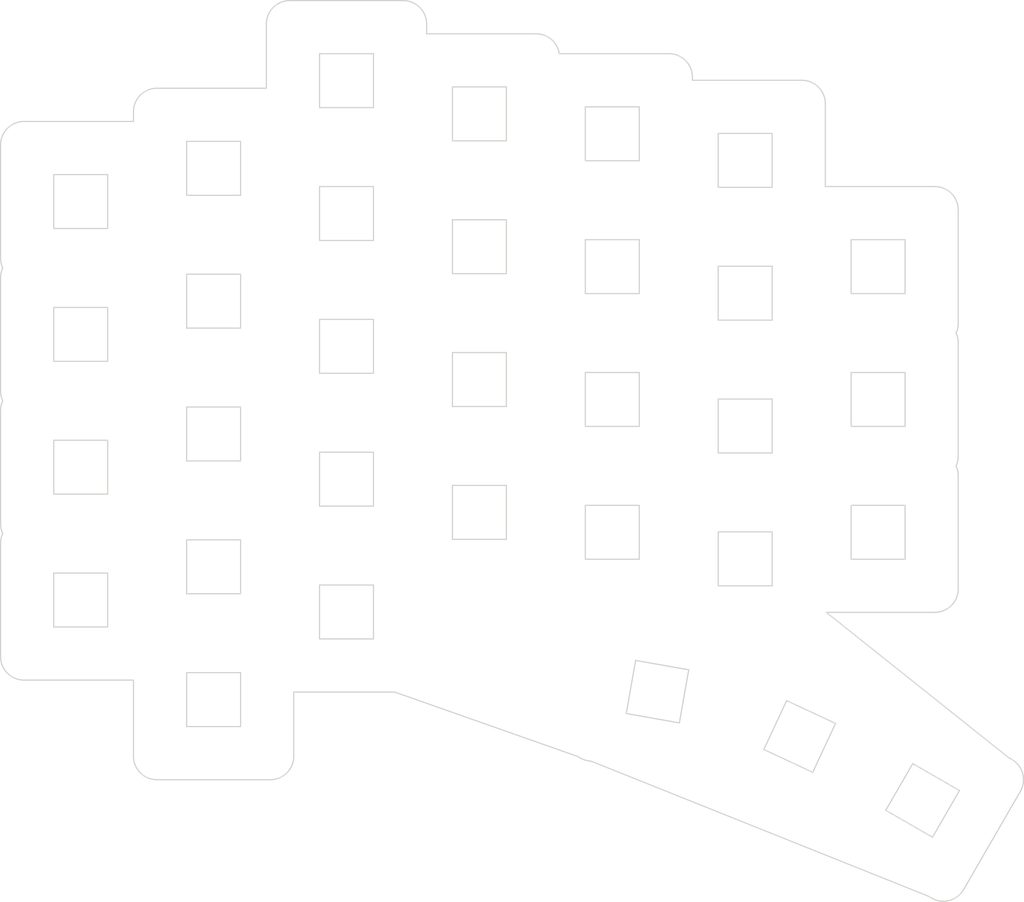
<source format=kicad_pcb>


(kicad_pcb
  (version 20240108)
  (generator "ergogen")
  (generator_version "4.1.0")
  (general
    (thickness 1.6)
    (legacy_teardrops no)
  )
  (paper "A3")
  (title_block
    (title "plate_left")
    (date "2025-06-28")
    (rev "v0.2")
    (company "Happily-Coding")
  )

  (layers
    (0 "F.Cu" signal)
    (31 "B.Cu" signal)
    (32 "B.Adhes" user "B.Adhesive")
    (33 "F.Adhes" user "F.Adhesive")
    (34 "B.Paste" user)
    (35 "F.Paste" user)
    (36 "B.SilkS" user "B.Silkscreen")
    (37 "F.SilkS" user "F.Silkscreen")
    (38 "B.Mask" user)
    (39 "F.Mask" user)
    (40 "Dwgs.User" user "User.Drawings")
    (41 "Cmts.User" user "User.Comments")
    (42 "Eco1.User" user "User.Eco1")
    (43 "Eco2.User" user "User.Eco2")
    (44 "Edge.Cuts" user)
    (45 "Margin" user)
    (46 "B.CrtYd" user "B.Courtyard")
    (47 "F.CrtYd" user "F.Courtyard")
    (48 "B.Fab" user)
    (49 "F.Fab" user)
  )

  (setup
    (pad_to_mask_clearance 0.05)
    (allow_soldermask_bridges_in_footprints no)
    (pcbplotparams
      (layerselection 0x00010fc_ffffffff)
      (plot_on_all_layers_selection 0x0000000_00000000)
      (disableapertmacros no)
      (usegerberextensions no)
      (usegerberattributes yes)
      (usegerberadvancedattributes yes)
      (creategerberjobfile yes)
      (dashed_line_dash_ratio 12.000000)
      (dashed_line_gap_ratio 3.000000)
      (svgprecision 4)
      (plotframeref no)
      (viasonmask no)
      (mode 1)
      (useauxorigin no)
      (hpglpennumber 1)
      (hpglpenspeed 20)
      (hpglpendiameter 15.000000)
      (pdf_front_fp_property_popups yes)
      (pdf_back_fp_property_popups yes)
      (dxfpolygonmode yes)
      (dxfimperialunits yes)
      (dxfusepcbnewfont yes)
      (psnegative no)
      (psa4output no)
      (plotreference yes)
      (plotvalue yes)
      (plotfptext yes)
      (plotinvisibletext no)
      (sketchpadsonfab no)
      (subtractmaskfromsilk no)
      (outputformat 1)
      (mirror no)
      (drillshape 1)
      (scaleselection 1)
      (outputdirectory "")
    )
  )

  (net 0 "")

  
  (gr_line (start 27.75 143.25) (end 41.75 143.25) (layer Edge.Cuts) (stroke (width 0.15) (type default)))
(gr_arc (start 25.022822 124.5) (mid 24.818998999999998 125.1102868) (end 24.75 125.75) (layer Edge.Cuts) (stroke (width 0.15) (type default)))
(gr_line (start 24.75 125.75) (end 24.75 140.25) (layer Edge.Cuts) (stroke (width 0.15) (type default)))
(gr_arc (start 24.75 140.25) (mid 25.6286797 142.3713203) (end 27.75 143.25) (layer Edge.Cuts) (stroke (width 0.15) (type default)))
(gr_arc (start 25.022822 107.5) (mid 24.818998999999998 108.1102868) (end 24.75 108.75) (layer Edge.Cuts) (stroke (width 0.15) (type default)))
(gr_line (start 24.75 108.75) (end 24.75 123.25) (layer Edge.Cuts) (stroke (width 0.15) (type default)))
(gr_arc (start 24.75 123.25) (mid 24.818998999999998 123.8897132) (end 25.022822 124.5) (layer Edge.Cuts) (stroke (width 0.15) (type default)))
(gr_arc (start 25.022822 90.5) (mid 24.818998999999998 91.1102868) (end 24.75 91.75) (layer Edge.Cuts) (stroke (width 0.15) (type default)))
(gr_line (start 24.75 91.75) (end 24.75 106.25) (layer Edge.Cuts) (stroke (width 0.15) (type default)))
(gr_arc (start 24.75 106.25) (mid 24.818998999999998 106.8897132) (end 25.022822 107.5) (layer Edge.Cuts) (stroke (width 0.15) (type default)))
(gr_line (start 41.75 71.75) (end 27.75 71.75) (layer Edge.Cuts) (stroke (width 0.15) (type default)))
(gr_arc (start 27.75 71.75) (mid 25.6286797 72.6286797) (end 24.75 74.75) (layer Edge.Cuts) (stroke (width 0.15) (type default)))
(gr_line (start 24.75 74.75) (end 24.75 89.25) (layer Edge.Cuts) (stroke (width 0.15) (type default)))
(gr_arc (start 24.75 89.25) (mid 24.818998999999998 89.8897132) (end 25.022822 90.5) (layer Edge.Cuts) (stroke (width 0.15) (type default)))
(gr_line (start 44.75 156) (end 59.25 156) (layer Edge.Cuts) (stroke (width 0.15) (type default)))
(gr_arc (start 59.25 156) (mid 61.3713203 155.1213203) (end 62.25 153) (layer Edge.Cuts) (stroke (width 0.15) (type default)))
(gr_line (start 62.25 153) (end 62.25 144.78) (layer Edge.Cuts) (stroke (width 0.15) (type default)))
(gr_line (start 41.75 143.25) (end 41.75 153) (layer Edge.Cuts) (stroke (width 0.15) (type default)))
(gr_arc (start 41.75 153) (mid 42.6286797 155.1213203) (end 44.75 156) (layer Edge.Cuts) (stroke (width 0.15) (type default)))
(gr_line (start 58.75 67.5) (end 44.75 67.5) (layer Edge.Cuts) (stroke (width 0.15) (type default)))
(gr_arc (start 44.75 67.5) (mid 42.6286797 68.3786797) (end 41.75 70.5) (layer Edge.Cuts) (stroke (width 0.15) (type default)))
(gr_line (start 41.75 70.5) (end 41.75 71.75) (layer Edge.Cuts) (stroke (width 0.15) (type default)))
(gr_line (start 62.25 144.78) (end 75.16146646701642 144.78) (layer Edge.Cuts) (stroke (width 0.15) (type default)))
(gr_line (start 79.25 60.53) (end 79.25 59.28) (layer Edge.Cuts) (stroke (width 0.15) (type default)))
(gr_arc (start 79.25 59.28) (mid 78.3713203 57.1586797) (end 76.25 56.28) (layer Edge.Cuts) (stroke (width 0.15) (type default)))
(gr_line (start 76.25 56.28) (end 61.75 56.28) (layer Edge.Cuts) (stroke (width 0.15) (type default)))
(gr_arc (start 61.75 56.28) (mid 59.6286797 57.1586797) (end 58.75 59.28) (layer Edge.Cuts) (stroke (width 0.15) (type default)))
(gr_line (start 58.75 59.28) (end 58.75 67.5) (layer Edge.Cuts) (stroke (width 0.15) (type default)))
(gr_arc (start 96.216058 63.08) (mid 95.2057607 61.2551374) (end 93.25 60.53) (layer Edge.Cuts) (stroke (width 0.15) (type default)))
(gr_line (start 93.25 60.53) (end 79.25 60.53) (layer Edge.Cuts) (stroke (width 0.15) (type default)))
(gr_line (start 113.25 66.47999999999999) (end 113.25 66.08000000000001) (layer Edge.Cuts) (stroke (width 0.15) (type default)))
(gr_arc (start 113.25 66.08000000000001) (mid 112.3713203 63.95867970000001) (end 110.25 63.08000000000001) (layer Edge.Cuts) (stroke (width 0.15) (type default)))
(gr_line (start 110.25 63.08000000000001) (end 96.216058 63.08) (layer Edge.Cuts) (stroke (width 0.15) (type default)))
(gr_line (start 130.25 80.08000000000001) (end 130.25 69.47999999999999) (layer Edge.Cuts) (stroke (width 0.15) (type default)))
(gr_arc (start 130.25 69.47999999999999) (mid 129.3713203 67.3586797) (end 127.25 66.47999999999999) (layer Edge.Cuts) (stroke (width 0.15) (type default)))
(gr_line (start 127.25 66.47999999999999) (end 113.25 66.47999999999999) (layer Edge.Cuts) (stroke (width 0.15) (type default)))
(gr_line (start 130.375420305356 134.58) (end 144.25 134.58) (layer Edge.Cuts) (stroke (width 0.15) (type default)))
(gr_arc (start 144.25 134.58) (mid 146.3713203 133.70132030000002) (end 147.25 131.58) (layer Edge.Cuts) (stroke (width 0.15) (type default)))
(gr_line (start 147.25 131.58) (end 147.25 117.08000000000001) (layer Edge.Cuts) (stroke (width 0.15) (type default)))
(gr_arc (start 147.25 117.08000000000001) (mid 147.181001 116.44028680000001) (end 146.977178 115.83000000000001) (layer Edge.Cuts) (stroke (width 0.15) (type default)))
(gr_arc (start 146.977178 115.83000000000001) (mid 147.181001 115.21971320000002) (end 147.25 114.58000000000001) (layer Edge.Cuts) (stroke (width 0.15) (type default)))
(gr_line (start 147.25 114.58000000000001) (end 147.25 100.08000000000001) (layer Edge.Cuts) (stroke (width 0.15) (type default)))
(gr_arc (start 147.25 100.08000000000001) (mid 147.181001 99.44028680000001) (end 146.977178 98.83000000000001) (layer Edge.Cuts) (stroke (width 0.15) (type default)))
(gr_arc (start 146.977178 98.83000000000001) (mid 147.181001 98.21971320000002) (end 147.25 97.58000000000001) (layer Edge.Cuts) (stroke (width 0.15) (type default)))
(gr_line (start 147.25 97.58000000000001) (end 147.25 83.08000000000001) (layer Edge.Cuts) (stroke (width 0.15) (type default)))
(gr_arc (start 147.25 83.08000000000001) (mid 146.3713203 80.95867970000002) (end 144.25 80.08000000000001) (layer Edge.Cuts) (stroke (width 0.15) (type default)))
(gr_line (start 144.25 80.08000000000001) (end 130.25 80.08000000000001) (layer Edge.Cuts) (stroke (width 0.15) (type default)))
(gr_line (start 99.86025000000001 153.56533019999998) (end 100.3526538 153.65215429999998) (layer Edge.Cuts) (stroke (width 0.15) (type default)))
(gr_arc (start 98.6264682 153.0442041) (mid 99.21390600000001 153.3744983) (end 99.86025000000001 153.5653301) (layer Edge.Cuts) (stroke (width 0.15) (type default)))
(gr_line (start 143.4139762 170.90193029999998) (end 143.84698889999999 171.15193029999998) (layer Edge.Cuts) (stroke (width 0.15) (type default)))
(gr_arc (start 143.84698889999999 171.15193029999998) (mid 146.12344599999997 171.45163159999996) (end 147.9450651 170.05385409999997) (layer Edge.Cuts) (stroke (width 0.15) (type default)))
(gr_line (start 147.9450651 170.05385409999997) (end 155.1950651 157.4964857) (layer Edge.Cuts) (stroke (width 0.15) (type default)))
(gr_arc (start 155.1950651 157.4964857) (mid 155.49476639999997 155.2200286) (end 154.09698889999999 153.39840949999999) (layer Edge.Cuts) (stroke (width 0.15) (type default)))
(gr_line (start 154.09698889999999 153.39840949999999) (end 153.6639762 153.14840949999999) (layer Edge.Cuts) (stroke (width 0.15) (type default)))
(gr_line (start 130.375420305356 134.58) (end 153.6639762 153.14840949999999) (layer Edge.Cuts) (stroke (width 0.15) (type default)))
(gr_line (start 143.4139762 170.90193029999998) (end 100.3526538 153.65215429999998) (layer Edge.Cuts) (stroke (width 0.15) (type default)))
(gr_line (start 98.6264682 153.0442041) (end 75.16146646701642 144.78) (layer Edge.Cuts) (stroke (width 0.15) (type default)))
(gr_line (start 31.55 136.45) (end 38.45 136.45) (layer Edge.Cuts) (stroke (width 0.15) (type default)))
(gr_line (start 38.45 136.45) (end 38.45 129.54999999999998) (layer Edge.Cuts) (stroke (width 0.15) (type default)))
(gr_line (start 38.45 129.54999999999998) (end 31.55 129.54999999999998) (layer Edge.Cuts) (stroke (width 0.15) (type default)))
(gr_line (start 31.55 129.54999999999998) (end 31.55 136.45) (layer Edge.Cuts) (stroke (width 0.15) (type default)))
(gr_line (start 31.55 119.45) (end 38.45 119.45) (layer Edge.Cuts) (stroke (width 0.15) (type default)))
(gr_line (start 38.45 119.45) (end 38.45 112.55) (layer Edge.Cuts) (stroke (width 0.15) (type default)))
(gr_line (start 38.45 112.55) (end 31.55 112.55) (layer Edge.Cuts) (stroke (width 0.15) (type default)))
(gr_line (start 31.55 112.55) (end 31.55 119.45) (layer Edge.Cuts) (stroke (width 0.15) (type default)))
(gr_line (start 31.55 102.45) (end 38.45 102.45) (layer Edge.Cuts) (stroke (width 0.15) (type default)))
(gr_line (start 38.45 102.45) (end 38.45 95.55) (layer Edge.Cuts) (stroke (width 0.15) (type default)))
(gr_line (start 38.45 95.55) (end 31.55 95.55) (layer Edge.Cuts) (stroke (width 0.15) (type default)))
(gr_line (start 31.55 95.55) (end 31.55 102.45) (layer Edge.Cuts) (stroke (width 0.15) (type default)))
(gr_line (start 31.55 85.45) (end 38.45 85.45) (layer Edge.Cuts) (stroke (width 0.15) (type default)))
(gr_line (start 38.45 85.45) (end 38.45 78.55) (layer Edge.Cuts) (stroke (width 0.15) (type default)))
(gr_line (start 38.45 78.55) (end 31.55 78.55) (layer Edge.Cuts) (stroke (width 0.15) (type default)))
(gr_line (start 31.55 78.55) (end 31.55 85.45) (layer Edge.Cuts) (stroke (width 0.15) (type default)))
(gr_line (start 48.55 149.2) (end 55.449999999999996 149.2) (layer Edge.Cuts) (stroke (width 0.15) (type default)))
(gr_line (start 55.449999999999996 149.2) (end 55.449999999999996 142.29999999999998) (layer Edge.Cuts) (stroke (width 0.15) (type default)))
(gr_line (start 55.449999999999996 142.29999999999998) (end 48.55 142.29999999999998) (layer Edge.Cuts) (stroke (width 0.15) (type default)))
(gr_line (start 48.55 142.29999999999998) (end 48.55 149.2) (layer Edge.Cuts) (stroke (width 0.15) (type default)))
(gr_line (start 48.55 132.2) (end 55.449999999999996 132.2) (layer Edge.Cuts) (stroke (width 0.15) (type default)))
(gr_line (start 55.449999999999996 132.2) (end 55.449999999999996 125.29999999999998) (layer Edge.Cuts) (stroke (width 0.15) (type default)))
(gr_line (start 55.449999999999996 125.29999999999998) (end 48.55 125.29999999999998) (layer Edge.Cuts) (stroke (width 0.15) (type default)))
(gr_line (start 48.55 125.29999999999998) (end 48.55 132.2) (layer Edge.Cuts) (stroke (width 0.15) (type default)))
(gr_line (start 48.55 115.2) (end 55.449999999999996 115.2) (layer Edge.Cuts) (stroke (width 0.15) (type default)))
(gr_line (start 55.449999999999996 115.2) (end 55.449999999999996 108.3) (layer Edge.Cuts) (stroke (width 0.15) (type default)))
(gr_line (start 55.449999999999996 108.3) (end 48.55 108.3) (layer Edge.Cuts) (stroke (width 0.15) (type default)))
(gr_line (start 48.55 108.3) (end 48.55 115.2) (layer Edge.Cuts) (stroke (width 0.15) (type default)))
(gr_line (start 48.55 98.2) (end 55.449999999999996 98.2) (layer Edge.Cuts) (stroke (width 0.15) (type default)))
(gr_line (start 55.449999999999996 98.2) (end 55.449999999999996 91.3) (layer Edge.Cuts) (stroke (width 0.15) (type default)))
(gr_line (start 55.449999999999996 91.3) (end 48.55 91.3) (layer Edge.Cuts) (stroke (width 0.15) (type default)))
(gr_line (start 48.55 91.3) (end 48.55 98.2) (layer Edge.Cuts) (stroke (width 0.15) (type default)))
(gr_line (start 48.55 81.2) (end 55.449999999999996 81.2) (layer Edge.Cuts) (stroke (width 0.15) (type default)))
(gr_line (start 55.449999999999996 81.2) (end 55.449999999999996 74.3) (layer Edge.Cuts) (stroke (width 0.15) (type default)))
(gr_line (start 55.449999999999996 74.3) (end 48.55 74.3) (layer Edge.Cuts) (stroke (width 0.15) (type default)))
(gr_line (start 48.55 74.3) (end 48.55 81.2) (layer Edge.Cuts) (stroke (width 0.15) (type default)))
(gr_line (start 65.55 137.98) (end 72.45 137.98) (layer Edge.Cuts) (stroke (width 0.15) (type default)))
(gr_line (start 72.45 137.98) (end 72.45 131.07999999999998) (layer Edge.Cuts) (stroke (width 0.15) (type default)))
(gr_line (start 72.45 131.07999999999998) (end 65.55 131.07999999999998) (layer Edge.Cuts) (stroke (width 0.15) (type default)))
(gr_line (start 65.55 131.07999999999998) (end 65.55 137.98) (layer Edge.Cuts) (stroke (width 0.15) (type default)))
(gr_line (start 65.55 120.98) (end 72.45 120.98) (layer Edge.Cuts) (stroke (width 0.15) (type default)))
(gr_line (start 72.45 120.98) (end 72.45 114.08) (layer Edge.Cuts) (stroke (width 0.15) (type default)))
(gr_line (start 72.45 114.08) (end 65.55 114.08) (layer Edge.Cuts) (stroke (width 0.15) (type default)))
(gr_line (start 65.55 114.08) (end 65.55 120.98) (layer Edge.Cuts) (stroke (width 0.15) (type default)))
(gr_line (start 65.55 103.98) (end 72.45 103.98) (layer Edge.Cuts) (stroke (width 0.15) (type default)))
(gr_line (start 72.45 103.98) (end 72.45 97.08) (layer Edge.Cuts) (stroke (width 0.15) (type default)))
(gr_line (start 72.45 97.08) (end 65.55 97.08) (layer Edge.Cuts) (stroke (width 0.15) (type default)))
(gr_line (start 65.55 97.08) (end 65.55 103.98) (layer Edge.Cuts) (stroke (width 0.15) (type default)))
(gr_line (start 65.55 86.98) (end 72.45 86.98) (layer Edge.Cuts) (stroke (width 0.15) (type default)))
(gr_line (start 72.45 86.98) (end 72.45 80.08) (layer Edge.Cuts) (stroke (width 0.15) (type default)))
(gr_line (start 72.45 80.08) (end 65.55 80.08) (layer Edge.Cuts) (stroke (width 0.15) (type default)))
(gr_line (start 65.55 80.08) (end 65.55 86.98) (layer Edge.Cuts) (stroke (width 0.15) (type default)))
(gr_line (start 65.55 69.98) (end 72.45 69.98) (layer Edge.Cuts) (stroke (width 0.15) (type default)))
(gr_line (start 72.45 69.98) (end 72.45 63.080000000000005) (layer Edge.Cuts) (stroke (width 0.15) (type default)))
(gr_line (start 72.45 63.080000000000005) (end 65.55 63.080000000000005) (layer Edge.Cuts) (stroke (width 0.15) (type default)))
(gr_line (start 65.55 63.080000000000005) (end 65.55 69.98) (layer Edge.Cuts) (stroke (width 0.15) (type default)))
(gr_line (start 82.55 125.23) (end 89.45 125.23) (layer Edge.Cuts) (stroke (width 0.15) (type default)))
(gr_line (start 89.45 125.23) (end 89.45 118.33) (layer Edge.Cuts) (stroke (width 0.15) (type default)))
(gr_line (start 89.45 118.33) (end 82.55 118.33) (layer Edge.Cuts) (stroke (width 0.15) (type default)))
(gr_line (start 82.55 118.33) (end 82.55 125.23) (layer Edge.Cuts) (stroke (width 0.15) (type default)))
(gr_line (start 82.55 108.23) (end 89.45 108.23) (layer Edge.Cuts) (stroke (width 0.15) (type default)))
(gr_line (start 89.45 108.23) (end 89.45 101.33) (layer Edge.Cuts) (stroke (width 0.15) (type default)))
(gr_line (start 89.45 101.33) (end 82.55 101.33) (layer Edge.Cuts) (stroke (width 0.15) (type default)))
(gr_line (start 82.55 101.33) (end 82.55 108.23) (layer Edge.Cuts) (stroke (width 0.15) (type default)))
(gr_line (start 82.55 91.23) (end 89.45 91.23) (layer Edge.Cuts) (stroke (width 0.15) (type default)))
(gr_line (start 89.45 91.23) (end 89.45 84.33) (layer Edge.Cuts) (stroke (width 0.15) (type default)))
(gr_line (start 89.45 84.33) (end 82.55 84.33) (layer Edge.Cuts) (stroke (width 0.15) (type default)))
(gr_line (start 82.55 84.33) (end 82.55 91.23) (layer Edge.Cuts) (stroke (width 0.15) (type default)))
(gr_line (start 82.55 74.23) (end 89.45 74.23) (layer Edge.Cuts) (stroke (width 0.15) (type default)))
(gr_line (start 89.45 74.23) (end 89.45 67.33) (layer Edge.Cuts) (stroke (width 0.15) (type default)))
(gr_line (start 89.45 67.33) (end 82.55 67.33) (layer Edge.Cuts) (stroke (width 0.15) (type default)))
(gr_line (start 82.55 67.33) (end 82.55 74.23) (layer Edge.Cuts) (stroke (width 0.15) (type default)))
(gr_line (start 99.55 127.78000000000002) (end 106.45 127.78000000000002) (layer Edge.Cuts) (stroke (width 0.15) (type default)))
(gr_line (start 106.45 127.78000000000002) (end 106.45 120.88000000000001) (layer Edge.Cuts) (stroke (width 0.15) (type default)))
(gr_line (start 106.45 120.88000000000001) (end 99.55 120.88000000000001) (layer Edge.Cuts) (stroke (width 0.15) (type default)))
(gr_line (start 99.55 120.88000000000001) (end 99.55 127.78000000000002) (layer Edge.Cuts) (stroke (width 0.15) (type default)))
(gr_line (start 99.55 110.78000000000002) (end 106.45 110.78000000000002) (layer Edge.Cuts) (stroke (width 0.15) (type default)))
(gr_line (start 106.45 110.78000000000002) (end 106.45 103.88000000000001) (layer Edge.Cuts) (stroke (width 0.15) (type default)))
(gr_line (start 106.45 103.88000000000001) (end 99.55 103.88000000000001) (layer Edge.Cuts) (stroke (width 0.15) (type default)))
(gr_line (start 99.55 103.88000000000001) (end 99.55 110.78000000000002) (layer Edge.Cuts) (stroke (width 0.15) (type default)))
(gr_line (start 99.55 93.78000000000002) (end 106.45 93.78000000000002) (layer Edge.Cuts) (stroke (width 0.15) (type default)))
(gr_line (start 106.45 93.78000000000002) (end 106.45 86.88000000000001) (layer Edge.Cuts) (stroke (width 0.15) (type default)))
(gr_line (start 106.45 86.88000000000001) (end 99.55 86.88000000000001) (layer Edge.Cuts) (stroke (width 0.15) (type default)))
(gr_line (start 99.55 86.88000000000001) (end 99.55 93.78000000000002) (layer Edge.Cuts) (stroke (width 0.15) (type default)))
(gr_line (start 99.55 76.78000000000002) (end 106.45 76.78000000000002) (layer Edge.Cuts) (stroke (width 0.15) (type default)))
(gr_line (start 106.45 76.78000000000002) (end 106.45 69.88000000000001) (layer Edge.Cuts) (stroke (width 0.15) (type default)))
(gr_line (start 106.45 69.88000000000001) (end 99.55 69.88000000000001) (layer Edge.Cuts) (stroke (width 0.15) (type default)))
(gr_line (start 99.55 69.88000000000001) (end 99.55 76.78000000000002) (layer Edge.Cuts) (stroke (width 0.15) (type default)))
(gr_line (start 116.55 131.17999999999998) (end 123.45 131.17999999999998) (layer Edge.Cuts) (stroke (width 0.15) (type default)))
(gr_line (start 123.45 131.17999999999998) (end 123.45 124.27999999999997) (layer Edge.Cuts) (stroke (width 0.15) (type default)))
(gr_line (start 123.45 124.27999999999997) (end 116.55 124.27999999999997) (layer Edge.Cuts) (stroke (width 0.15) (type default)))
(gr_line (start 116.55 124.27999999999997) (end 116.55 131.17999999999998) (layer Edge.Cuts) (stroke (width 0.15) (type default)))
(gr_line (start 116.55 114.17999999999999) (end 123.45 114.17999999999999) (layer Edge.Cuts) (stroke (width 0.15) (type default)))
(gr_line (start 123.45 114.17999999999999) (end 123.45 107.27999999999999) (layer Edge.Cuts) (stroke (width 0.15) (type default)))
(gr_line (start 123.45 107.27999999999999) (end 116.55 107.27999999999999) (layer Edge.Cuts) (stroke (width 0.15) (type default)))
(gr_line (start 116.55 107.27999999999999) (end 116.55 114.17999999999999) (layer Edge.Cuts) (stroke (width 0.15) (type default)))
(gr_line (start 116.55 97.17999999999999) (end 123.45 97.17999999999999) (layer Edge.Cuts) (stroke (width 0.15) (type default)))
(gr_line (start 123.45 97.17999999999999) (end 123.45 90.27999999999999) (layer Edge.Cuts) (stroke (width 0.15) (type default)))
(gr_line (start 123.45 90.27999999999999) (end 116.55 90.27999999999999) (layer Edge.Cuts) (stroke (width 0.15) (type default)))
(gr_line (start 116.55 90.27999999999999) (end 116.55 97.17999999999999) (layer Edge.Cuts) (stroke (width 0.15) (type default)))
(gr_line (start 116.55 80.17999999999999) (end 123.45 80.17999999999999) (layer Edge.Cuts) (stroke (width 0.15) (type default)))
(gr_line (start 123.45 80.17999999999999) (end 123.45 73.27999999999999) (layer Edge.Cuts) (stroke (width 0.15) (type default)))
(gr_line (start 123.45 73.27999999999999) (end 116.55 73.27999999999999) (layer Edge.Cuts) (stroke (width 0.15) (type default)))
(gr_line (start 116.55 73.27999999999999) (end 116.55 80.17999999999999) (layer Edge.Cuts) (stroke (width 0.15) (type default)))
(gr_line (start 133.55 127.78000000000002) (end 140.45000000000002 127.78000000000002) (layer Edge.Cuts) (stroke (width 0.15) (type default)))
(gr_line (start 140.45000000000002 127.78000000000002) (end 140.45000000000002 120.88000000000001) (layer Edge.Cuts) (stroke (width 0.15) (type default)))
(gr_line (start 140.45000000000002 120.88000000000001) (end 133.55 120.88000000000001) (layer Edge.Cuts) (stroke (width 0.15) (type default)))
(gr_line (start 133.55 120.88000000000001) (end 133.55 127.78000000000002) (layer Edge.Cuts) (stroke (width 0.15) (type default)))
(gr_line (start 133.55 110.78000000000002) (end 140.45000000000002 110.78000000000002) (layer Edge.Cuts) (stroke (width 0.15) (type default)))
(gr_line (start 140.45000000000002 110.78000000000002) (end 140.45000000000002 103.88000000000001) (layer Edge.Cuts) (stroke (width 0.15) (type default)))
(gr_line (start 140.45000000000002 103.88000000000001) (end 133.55 103.88000000000001) (layer Edge.Cuts) (stroke (width 0.15) (type default)))
(gr_line (start 133.55 103.88000000000001) (end 133.55 110.78000000000002) (layer Edge.Cuts) (stroke (width 0.15) (type default)))
(gr_line (start 133.55 93.78000000000002) (end 140.45000000000002 93.78000000000002) (layer Edge.Cuts) (stroke (width 0.15) (type default)))
(gr_line (start 140.45000000000002 93.78000000000002) (end 140.45000000000002 86.88000000000001) (layer Edge.Cuts) (stroke (width 0.15) (type default)))
(gr_line (start 140.45000000000002 86.88000000000001) (end 133.55 86.88000000000001) (layer Edge.Cuts) (stroke (width 0.15) (type default)))
(gr_line (start 133.55 86.88000000000001) (end 133.55 93.78000000000002) (layer Edge.Cuts) (stroke (width 0.15) (type default)))
(gr_line (start 104.783327 147.52850049999998) (end 111.5785005 148.72667299999998) (layer Edge.Cuts) (stroke (width 0.15) (type default)))
(gr_line (start 111.5785005 148.72667299999998) (end 112.776673 141.93149949999997) (layer Edge.Cuts) (stroke (width 0.15) (type default)))
(gr_line (start 112.776673 141.93149949999997) (end 105.9814995 140.73332699999997) (layer Edge.Cuts) (stroke (width 0.15) (type default)))
(gr_line (start 105.9814995 140.73332699999997) (end 104.783327 147.52850049999998) (layer Edge.Cuts) (stroke (width 0.15) (type default)))
(gr_line (start 122.38593289999999 152.13424329999998) (end 128.63945669999998 155.05030929999998) (layer Edge.Cuts) (stroke (width 0.15) (type default)))
(gr_line (start 128.63945669999998 155.05030929999998) (end 131.55552269999998 148.79678549999997) (layer Edge.Cuts) (stroke (width 0.15) (type default)))
(gr_line (start 131.55552269999998 148.79678549999997) (end 125.30199889999999 145.88071949999997) (layer Edge.Cuts) (stroke (width 0.15) (type default)))
(gr_line (start 125.30199889999999 145.88071949999997) (end 122.38593289999999 152.13424329999998) (layer Edge.Cuts) (stroke (width 0.15) (type default)))
(gr_line (start 137.98051710000001 159.91295749999998) (end 143.95609230000002 163.36295749999996) (layer Edge.Cuts) (stroke (width 0.15) (type default)))
(gr_line (start 143.95609230000002 163.36295749999996) (end 147.4060923 157.38738229999996) (layer Edge.Cuts) (stroke (width 0.15) (type default)))
(gr_line (start 147.4060923 157.38738229999996) (end 141.4305171 153.93738229999997) (layer Edge.Cuts) (stroke (width 0.15) (type default)))
(gr_line (start 141.4305171 153.93738229999997) (end 137.98051710000001 159.91295749999998) (layer Edge.Cuts) (stroke (width 0.15) (type default)))

)


</source>
